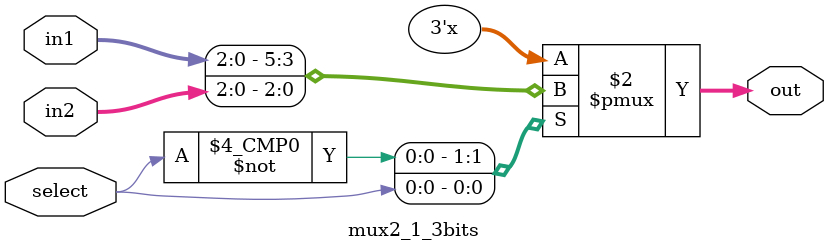
<source format=sv>
`timescale 1ns / 1ps


module mux2_1(input logic [15:0] in1, in2, 
    input logic select,
    output logic [15:0] out);
    always_comb begin
    case(select)
        1'b0: out = in1;
        1'b1: out = in2;
        default: out = 1'b0; // Default case, not strictly necessary for 1-bit sel
    endcase
end
endmodule
 

module mux2_1_3bits(input logic [2:0] in1, in2, 
    input logic select,
 output logic [2:0] out);
always_comb begin
    case(select)
        1'b0: out = in1;
        1'b1: out = in2;
        default: out = 1'b0; // Default case, not strictly necessary for 1-bit sel
    endcase
end
endmodule


</source>
